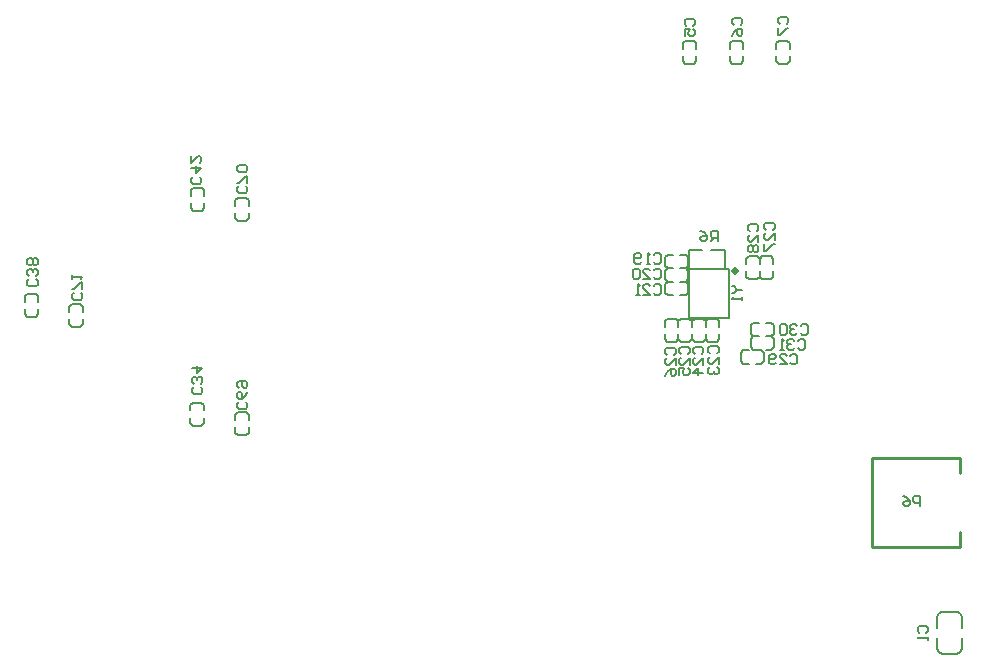
<source format=gbo>
G04*
G04 #@! TF.GenerationSoftware,Altium Limited,Altium Designer,19.0.4 (130)*
G04*
G04 Layer_Color=32896*
%FSLAX25Y25*%
%MOIN*%
G70*
G01*
G75*
%ADD10C,0.00787*%
%ADD12C,0.01000*%
%ADD14C,0.00600*%
%ADD103C,0.01181*%
%ADD104C,0.00800*%
D10*
X-301464Y-113446D02*
X-300598Y-114312D01*
X-297802D02*
X-296936Y-113446D01*
X-300598Y-106635D02*
X-301464Y-107501D01*
X-296936D02*
X-297802Y-106635D01*
X-241632Y-72101D02*
X-242498Y-71235D01*
X-245294D02*
X-246160Y-72101D01*
X-242498Y-78912D02*
X-241632Y-78046D01*
X-246160D02*
X-245294Y-78912D01*
X-241636Y-143654D02*
X-242502Y-142788D01*
X-245298D02*
X-246164Y-143654D01*
X-242502Y-150465D02*
X-241636Y-149599D01*
X-246164D02*
X-245298Y-150465D01*
X-99340Y-119203D02*
X-98474Y-118337D01*
X-98474Y-112392D02*
X-99340Y-111526D01*
X-103001Y-118337D02*
X-102135Y-119203D01*
X-102135Y-111526D02*
X-103001Y-112392D01*
X-94813Y-119203D02*
X-93946Y-118337D01*
X-93946Y-112392D02*
X-94813Y-111526D01*
X-98474Y-118337D02*
X-97608Y-119203D01*
X-97608Y-111526D02*
X-98474Y-112392D01*
X-90261Y-119203D02*
X-89395Y-118337D01*
X-89395Y-112392D02*
X-90261Y-111526D01*
X-93923Y-118337D02*
X-93057Y-119203D01*
X-93057Y-111526D02*
X-93923Y-112392D01*
X-85740Y-119203D02*
X-84874Y-118337D01*
X-84874Y-112392D02*
X-85740Y-111526D01*
X-89402Y-118337D02*
X-88535Y-119203D01*
X-88535Y-111526D02*
X-89402Y-112392D01*
X-95199Y-100109D02*
X-96065Y-99243D01*
X-102010Y-99243D02*
X-102876Y-100109D01*
X-96065Y-103770D02*
X-95199Y-102904D01*
X-102876Y-102904D02*
X-102010Y-103770D01*
X-95172Y-95609D02*
X-96039Y-94743D01*
X-101983Y-94743D02*
X-102850Y-95609D01*
X-96039Y-99270D02*
X-95172Y-98404D01*
X-102850Y-98404D02*
X-101983Y-99270D01*
X-95199Y-91109D02*
X-96065Y-90242D01*
X-102010Y-90243D02*
X-102876Y-91109D01*
X-96065Y-94770D02*
X-95199Y-93904D01*
X-102876Y-93904D02*
X-102010Y-94770D01*
X-70846Y-126564D02*
X-69980Y-125698D01*
Y-122902D02*
X-70846Y-122036D01*
X-77657Y-125698D02*
X-76790Y-126564D01*
Y-122036D02*
X-77657Y-122902D01*
X-66706Y-118302D02*
X-67572Y-117436D01*
X-73517Y-117436D02*
X-74383Y-118302D01*
X-67572Y-121964D02*
X-66706Y-121098D01*
X-74383Y-121098D02*
X-73517Y-121964D01*
X-66706Y-113775D02*
X-67572Y-112909D01*
X-73517Y-112909D02*
X-74383Y-113775D01*
X-67572Y-117436D02*
X-66706Y-116570D01*
X-74383Y-116570D02*
X-73517Y-117436D01*
X-72190Y-98445D02*
X-71324Y-97579D01*
X-71324Y-91634D02*
X-72190Y-90768D01*
X-75851Y-97579D02*
X-74985Y-98445D01*
X-74985Y-90768D02*
X-75851Y-91634D01*
X-67640Y-98445D02*
X-66774Y-97579D01*
X-66774Y-91634D02*
X-67640Y-90768D01*
X-71302Y-97579D02*
X-70435Y-98445D01*
X-70435Y-90768D02*
X-71302Y-91634D01*
X-4025Y-210906D02*
X-4486Y-209793D01*
X-5600Y-209331D01*
X-10600Y-209331D02*
X-11714Y-209793D01*
X-12175Y-210906D01*
X-12175Y-221694D02*
X-11714Y-222807D01*
X-10600Y-223269D01*
X-5600Y-223269D02*
X-4486Y-222807D01*
X-4025Y-221694D01*
X-65780Y-25673D02*
X-64914Y-26539D01*
X-62119D02*
X-61252Y-25673D01*
X-64914Y-18862D02*
X-65780Y-19728D01*
X-61252D02*
X-62119Y-18862D01*
X-81380Y-25673D02*
X-80514Y-26539D01*
X-77719D02*
X-76853Y-25673D01*
X-80514Y-18862D02*
X-81380Y-19728D01*
X-76853D02*
X-77719Y-18862D01*
X-96964Y-25673D02*
X-96097Y-26539D01*
X-93302D02*
X-92436Y-25673D01*
X-96097Y-18862D02*
X-96964Y-19728D01*
X-92436D02*
X-93302Y-18862D01*
X-260964Y-74718D02*
X-260098Y-75584D01*
X-257302D02*
X-256436Y-74718D01*
X-260098Y-67907D02*
X-260964Y-68773D01*
X-256436D02*
X-257302Y-67907D01*
X-261160Y-146304D02*
X-260294Y-147170D01*
X-257498D02*
X-256632Y-146304D01*
X-260294Y-139493D02*
X-261160Y-140359D01*
X-256632D02*
X-257498Y-139493D01*
X-316364Y-109999D02*
X-315498Y-110865D01*
X-312702D02*
X-311836Y-109999D01*
X-315498Y-103188D02*
X-316364Y-104054D01*
X-311836D02*
X-312702Y-103188D01*
X-300598Y-114312D02*
X-297802D01*
X-301464Y-113426D02*
Y-111654D01*
X-296936Y-113426D02*
Y-111654D01*
X-301464Y-109292D02*
Y-107520D01*
X-296936Y-109292D02*
Y-107520D01*
X-300598Y-106635D02*
X-297802D01*
X-245294Y-71235D02*
X-242498D01*
X-241632Y-73892D02*
Y-72120D01*
X-246160Y-73892D02*
X-246160Y-72120D01*
X-241632Y-78026D02*
Y-76254D01*
X-246160Y-78026D02*
Y-76254D01*
X-245294Y-78912D02*
X-242498Y-78912D01*
X-245298Y-142788D02*
X-242502Y-142788D01*
X-241636Y-145446D02*
Y-143674D01*
X-246164Y-145446D02*
X-246164Y-143674D01*
X-241636Y-147808D02*
X-241636Y-149580D01*
X-246164D02*
Y-147808D01*
X-245298Y-150465D02*
X-242502Y-150465D01*
X-98474Y-118317D02*
Y-116546D01*
X-102135Y-119203D02*
X-99340D01*
X-98474Y-114183D02*
Y-112412D01*
X-102135Y-111526D02*
X-99340D01*
X-103001Y-118317D02*
Y-116546D01*
X-103001Y-114183D02*
Y-112412D01*
X-93946Y-118317D02*
Y-116546D01*
X-97608Y-119203D02*
X-94813D01*
X-93946Y-114183D02*
Y-112412D01*
X-97608Y-111526D02*
X-94813D01*
X-98474Y-118317D02*
Y-116546D01*
X-98474Y-114183D02*
Y-112412D01*
X-89395Y-118317D02*
Y-116546D01*
X-93057Y-119203D02*
X-90261D01*
X-89395Y-114183D02*
Y-112412D01*
X-93057Y-111526D02*
X-90261D01*
X-93923Y-118317D02*
Y-116546D01*
X-93923Y-114183D02*
Y-112412D01*
X-84874Y-118317D02*
Y-116546D01*
X-88535Y-119203D02*
X-85740D01*
X-84874Y-114183D02*
Y-112412D01*
X-88535Y-111526D02*
X-85740D01*
X-89402Y-118317D02*
Y-116546D01*
X-89402Y-114183D02*
Y-112412D01*
X-97857Y-99243D02*
X-96085Y-99243D01*
X-95199Y-100109D02*
X-95199Y-102904D01*
X-101990Y-99243D02*
X-100219D01*
X-102876Y-102904D02*
X-102876Y-100109D01*
X-97857Y-103770D02*
X-96085D01*
X-101990Y-103770D02*
X-100219Y-103770D01*
X-97830Y-94743D02*
X-96058Y-94743D01*
X-95173Y-98404D02*
Y-95609D01*
X-101964Y-94743D02*
X-100192D01*
X-102850Y-95609D02*
X-102850Y-98404D01*
X-97830Y-99270D02*
X-96058Y-99270D01*
X-101964Y-99270D02*
X-100192D01*
X-97857Y-90243D02*
X-96085Y-90242D01*
X-95199Y-93904D02*
Y-91109D01*
X-101990Y-90243D02*
X-100219D01*
X-102876Y-91109D02*
X-102876Y-93904D01*
X-97857Y-94770D02*
X-96085Y-94770D01*
X-101991Y-94770D02*
X-100219D01*
X-95081Y-94916D02*
Y-88696D01*
X-90613D01*
X-95081Y-94916D02*
X-90613D01*
X-82995D02*
X-82995Y-88696D01*
X-87463D02*
X-82995D01*
X-87463Y-94916D02*
X-82995D01*
X-69980Y-125698D02*
Y-122902D01*
X-72637Y-126564D02*
X-70865D01*
X-72637Y-122036D02*
X-70865Y-122036D01*
X-76771Y-126564D02*
X-74999D01*
X-76771Y-122036D02*
X-74999D01*
X-77657Y-125698D02*
X-77657Y-122902D01*
X-69364Y-117436D02*
X-67592Y-117436D01*
X-66706Y-121098D02*
Y-118302D01*
X-73498Y-117436D02*
X-71726D01*
X-74383Y-121098D02*
X-74383Y-118302D01*
X-69364Y-121964D02*
X-67592D01*
X-73498Y-121964D02*
X-71726D01*
X-69364Y-112909D02*
X-67592Y-112909D01*
X-66706Y-116570D02*
Y-113775D01*
X-73498Y-112909D02*
X-71726D01*
X-74383Y-116570D02*
X-74383Y-113775D01*
X-69364Y-117436D02*
X-67592D01*
X-73498Y-117436D02*
X-71726D01*
X-71324Y-97559D02*
Y-95787D01*
X-74985Y-98445D02*
X-72190D01*
X-71324Y-93425D02*
Y-91654D01*
X-74985Y-90768D02*
X-72190D01*
X-75851Y-97559D02*
Y-95787D01*
X-75851Y-93425D02*
Y-91654D01*
X-66774Y-97559D02*
Y-95787D01*
X-70435Y-98445D02*
X-67640D01*
X-66774Y-93425D02*
Y-91654D01*
X-70435Y-90768D02*
X-67640D01*
X-71302Y-97559D02*
Y-95787D01*
X-71302Y-93425D02*
Y-91654D01*
X-4025Y-221694D02*
Y-218072D01*
Y-214528D02*
Y-210906D01*
X-12175Y-210906D02*
X-12175Y-214528D01*
X-10600Y-209331D02*
X-5600D01*
X-12175Y-221694D02*
X-12175Y-218072D01*
X-10600Y-223269D02*
X-5600D01*
X-64914Y-26539D02*
X-62119Y-26539D01*
X-65780Y-23882D02*
X-65780Y-25653D01*
X-61252Y-25653D02*
X-61252Y-23882D01*
X-65780Y-21519D02*
Y-19748D01*
X-61252Y-21519D02*
Y-19748D01*
X-64914Y-18862D02*
X-62119D01*
X-80514Y-26539D02*
X-77719Y-26539D01*
X-81380Y-25653D02*
Y-23881D01*
X-76853Y-25653D02*
X-76853Y-23882D01*
X-81380Y-19748D02*
X-81380Y-21519D01*
X-76853Y-21519D02*
Y-19748D01*
X-80514Y-18862D02*
X-77719Y-18862D01*
X-96097Y-26539D02*
X-93302D01*
X-96964Y-23882D02*
X-96964Y-25653D01*
X-92436Y-25653D02*
X-92436Y-23882D01*
X-96964Y-21519D02*
X-96964Y-19748D01*
X-92436Y-21519D02*
Y-19748D01*
X-96097Y-18862D02*
X-93302Y-18862D01*
X-260098Y-75584D02*
X-257302Y-75584D01*
X-260964Y-74698D02*
Y-72926D01*
X-256436Y-74698D02*
X-256436Y-72926D01*
X-260964Y-68792D02*
X-260964Y-70564D01*
X-256436Y-70564D02*
Y-68792D01*
X-260098Y-67907D02*
X-257302Y-67907D01*
X-260294Y-147170D02*
X-257498D01*
X-261160Y-146285D02*
Y-144513D01*
X-256632Y-146285D02*
X-256632Y-144513D01*
X-261160Y-142151D02*
Y-140379D01*
X-256632Y-142151D02*
Y-140379D01*
X-260294Y-139493D02*
X-257498Y-139493D01*
X-315498Y-110865D02*
X-312702D01*
X-316364Y-109979D02*
Y-108208D01*
X-311836Y-109979D02*
X-311836Y-108208D01*
X-316364Y-105846D02*
Y-104074D01*
X-311836Y-105846D02*
Y-104074D01*
X-315498Y-103188D02*
X-312702Y-103188D01*
D12*
X-33834Y-158079D02*
X-4736D01*
X-33834Y-187679D02*
Y-158179D01*
X-4700Y-187643D02*
Y-182721D01*
X-33834Y-187679D02*
X-4736D01*
X-4700Y-187643D01*
Y-163036D02*
Y-158115D01*
D14*
X-297698Y-102867D02*
X-297114Y-103451D01*
Y-104617D01*
X-297698Y-105200D01*
X-300030D01*
X-300613Y-104617D01*
Y-103451D01*
X-300030Y-102867D01*
X-297114Y-101701D02*
Y-99369D01*
X-297698D01*
X-300030Y-101701D01*
X-300613D01*
Y-98202D02*
Y-97036D01*
Y-97619D01*
X-297114D01*
X-297698Y-98202D01*
X-242684Y-67367D02*
X-242101Y-67951D01*
Y-69117D01*
X-242684Y-69700D01*
X-245017D01*
X-245600Y-69117D01*
Y-67951D01*
X-245017Y-67367D01*
X-242101Y-66201D02*
Y-63869D01*
X-242684D01*
X-245017Y-66201D01*
X-245600D01*
X-242684Y-62702D02*
X-242101Y-62119D01*
Y-60953D01*
X-242684Y-60370D01*
X-245017D01*
X-245600Y-60953D01*
Y-62119D01*
X-245017Y-62702D01*
X-242684D01*
Y-139367D02*
X-242101Y-139951D01*
Y-141117D01*
X-242684Y-141700D01*
X-245017D01*
X-245600Y-141117D01*
Y-139951D01*
X-245017Y-139367D01*
X-242101Y-135869D02*
X-242684Y-137035D01*
X-243851Y-138201D01*
X-245017D01*
X-245600Y-137618D01*
Y-136452D01*
X-245017Y-135869D01*
X-244434D01*
X-243851Y-136452D01*
Y-138201D01*
X-245017Y-134702D02*
X-245600Y-134119D01*
Y-132953D01*
X-245017Y-132370D01*
X-242684D01*
X-242101Y-132953D01*
Y-134119D01*
X-242684Y-134702D01*
X-243267D01*
X-243851Y-134119D01*
Y-132370D01*
X-80599Y-100800D02*
X-80016D01*
X-78849Y-101966D01*
X-80016Y-103133D01*
X-80599D01*
X-78849Y-101966D02*
X-77100D01*
Y-104299D02*
Y-105465D01*
Y-104882D01*
X-80599D01*
X-80016Y-104299D01*
X-85400Y-85700D02*
Y-82201D01*
X-87149D01*
X-87733Y-82784D01*
Y-83951D01*
X-87149Y-84534D01*
X-85400D01*
X-86566D02*
X-87733Y-85700D01*
X-91231Y-82201D02*
X-90065Y-82784D01*
X-88899Y-83951D01*
Y-85117D01*
X-89482Y-85700D01*
X-90648D01*
X-91231Y-85117D01*
Y-84534D01*
X-90648Y-83951D01*
X-88899D01*
X-17780Y-174008D02*
Y-170509D01*
X-19530D01*
X-20113Y-171092D01*
Y-172258D01*
X-19530Y-172842D01*
X-17780D01*
X-23612Y-170509D02*
X-22445Y-171092D01*
X-21279Y-172258D01*
Y-173425D01*
X-21862Y-174008D01*
X-23029D01*
X-23612Y-173425D01*
Y-172842D01*
X-23029Y-172258D01*
X-21279D01*
X-258084Y-64240D02*
X-257501Y-64823D01*
Y-65989D01*
X-258084Y-66572D01*
X-260417D01*
X-261000Y-65989D01*
Y-64823D01*
X-260417Y-64240D01*
X-261000Y-61324D02*
X-257501D01*
X-259251Y-63073D01*
Y-60741D01*
X-261000Y-57242D02*
Y-59574D01*
X-258667Y-57242D01*
X-258084D01*
X-257501Y-57825D01*
Y-58991D01*
X-258084Y-59574D01*
X-312584Y-98467D02*
X-312001Y-99051D01*
Y-100217D01*
X-312584Y-100800D01*
X-314917D01*
X-315500Y-100217D01*
Y-99051D01*
X-314917Y-98467D01*
X-312584Y-97301D02*
X-312001Y-96718D01*
Y-95552D01*
X-312584Y-94969D01*
X-313167D01*
X-313751Y-95552D01*
Y-96135D01*
Y-95552D01*
X-314334Y-94969D01*
X-314917D01*
X-315500Y-95552D01*
Y-96718D01*
X-314917Y-97301D01*
X-312584Y-93802D02*
X-312001Y-93219D01*
Y-92053D01*
X-312584Y-91470D01*
X-313167D01*
X-313751Y-92053D01*
X-314334Y-91470D01*
X-314917D01*
X-315500Y-92053D01*
Y-93219D01*
X-314917Y-93802D01*
X-314334D01*
X-313751Y-93219D01*
X-313167Y-93802D01*
X-312584D01*
X-313751Y-93219D02*
Y-92053D01*
X-257694Y-134379D02*
X-257111Y-134962D01*
Y-136129D01*
X-257694Y-136712D01*
X-260027D01*
X-260610Y-136129D01*
Y-134962D01*
X-260027Y-134379D01*
X-257694Y-133213D02*
X-257111Y-132630D01*
Y-131464D01*
X-257694Y-130880D01*
X-258278D01*
X-258861Y-131464D01*
Y-132047D01*
Y-131464D01*
X-259444Y-130880D01*
X-260027D01*
X-260610Y-131464D01*
Y-132630D01*
X-260027Y-133213D01*
X-260610Y-127965D02*
X-257111D01*
X-258861Y-129714D01*
Y-127382D01*
X-58633Y-118984D02*
X-58049Y-118401D01*
X-56883D01*
X-56300Y-118984D01*
Y-121317D01*
X-56883Y-121900D01*
X-58049D01*
X-58633Y-121317D01*
X-59799Y-118984D02*
X-60382Y-118401D01*
X-61548D01*
X-62131Y-118984D01*
Y-119567D01*
X-61548Y-120151D01*
X-60965D01*
X-61548D01*
X-62131Y-120734D01*
Y-121317D01*
X-61548Y-121900D01*
X-60382D01*
X-59799Y-121317D01*
X-63298Y-121900D02*
X-64464D01*
X-63881D01*
Y-118401D01*
X-63298Y-118984D01*
X-57733Y-113984D02*
X-57149Y-113401D01*
X-55983D01*
X-55400Y-113984D01*
Y-116317D01*
X-55983Y-116900D01*
X-57149D01*
X-57733Y-116317D01*
X-58899Y-113984D02*
X-59482Y-113401D01*
X-60648D01*
X-61231Y-113984D01*
Y-114567D01*
X-60648Y-115151D01*
X-60065D01*
X-60648D01*
X-61231Y-115734D01*
Y-116317D01*
X-60648Y-116900D01*
X-59482D01*
X-58899Y-116317D01*
X-62398Y-113984D02*
X-62981Y-113401D01*
X-64147D01*
X-64730Y-113984D01*
Y-116317D01*
X-64147Y-116900D01*
X-62981D01*
X-62398Y-116317D01*
Y-113984D01*
X-61233Y-123884D02*
X-60649Y-123301D01*
X-59483D01*
X-58900Y-123884D01*
Y-126217D01*
X-59483Y-126800D01*
X-60649D01*
X-61233Y-126217D01*
X-64731Y-126800D02*
X-62399D01*
X-64731Y-124467D01*
Y-123884D01*
X-64148Y-123301D01*
X-62982D01*
X-62399Y-123884D01*
X-65898Y-126217D02*
X-66481Y-126800D01*
X-67647D01*
X-68230Y-126217D01*
Y-123884D01*
X-67647Y-123301D01*
X-66481D01*
X-65898Y-123884D01*
Y-124467D01*
X-66481Y-125051D01*
X-68230D01*
X-74716Y-82433D02*
X-75299Y-81849D01*
Y-80683D01*
X-74716Y-80100D01*
X-72383D01*
X-71800Y-80683D01*
Y-81849D01*
X-72383Y-82433D01*
X-71800Y-85931D02*
Y-83599D01*
X-74133Y-85931D01*
X-74716D01*
X-75299Y-85348D01*
Y-84182D01*
X-74716Y-83599D01*
Y-87098D02*
X-75299Y-87681D01*
Y-88847D01*
X-74716Y-89430D01*
X-74133D01*
X-73549Y-88847D01*
X-72966Y-89430D01*
X-72383D01*
X-71800Y-88847D01*
Y-87681D01*
X-72383Y-87098D01*
X-72966D01*
X-73549Y-87681D01*
X-74133Y-87098D01*
X-74716D01*
X-73549Y-87681D02*
Y-88847D01*
X-69316Y-81833D02*
X-69899Y-81249D01*
Y-80083D01*
X-69316Y-79500D01*
X-66983D01*
X-66400Y-80083D01*
Y-81249D01*
X-66983Y-81833D01*
X-66400Y-85331D02*
Y-82999D01*
X-68733Y-85331D01*
X-69316D01*
X-69899Y-84748D01*
Y-83582D01*
X-69316Y-82999D01*
X-69899Y-86498D02*
Y-88830D01*
X-69316D01*
X-66983Y-86498D01*
X-66400D01*
X-102216Y-123533D02*
X-102799Y-122949D01*
Y-121783D01*
X-102216Y-121200D01*
X-99883D01*
X-99300Y-121783D01*
Y-122949D01*
X-99883Y-123533D01*
X-99300Y-127031D02*
Y-124699D01*
X-101633Y-127031D01*
X-102216D01*
X-102799Y-126448D01*
Y-125282D01*
X-102216Y-124699D01*
X-102799Y-130530D02*
X-102216Y-129364D01*
X-101049Y-128198D01*
X-99883D01*
X-99300Y-128781D01*
Y-129947D01*
X-99883Y-130530D01*
X-100466D01*
X-101049Y-129947D01*
Y-128198D01*
X-97616Y-123333D02*
X-98199Y-122749D01*
Y-121583D01*
X-97616Y-121000D01*
X-95283D01*
X-94700Y-121583D01*
Y-122749D01*
X-95283Y-123333D01*
X-94700Y-126831D02*
Y-124499D01*
X-97033Y-126831D01*
X-97616D01*
X-98199Y-126248D01*
Y-125082D01*
X-97616Y-124499D01*
X-98199Y-130330D02*
Y-127998D01*
X-96449D01*
X-97033Y-129164D01*
Y-129747D01*
X-96449Y-130330D01*
X-95283D01*
X-94700Y-129747D01*
Y-128581D01*
X-95283Y-127998D01*
X-93016Y-123333D02*
X-93599Y-122749D01*
Y-121583D01*
X-93016Y-121000D01*
X-90683D01*
X-90100Y-121583D01*
Y-122749D01*
X-90683Y-123333D01*
X-90100Y-126831D02*
Y-124499D01*
X-92433Y-126831D01*
X-93016D01*
X-93599Y-126248D01*
Y-125082D01*
X-93016Y-124499D01*
X-90100Y-129747D02*
X-93599D01*
X-91849Y-127998D01*
Y-130330D01*
X-87916Y-123133D02*
X-88499Y-122549D01*
Y-121383D01*
X-87916Y-120800D01*
X-85583D01*
X-85000Y-121383D01*
Y-122549D01*
X-85583Y-123133D01*
X-85000Y-126631D02*
Y-124299D01*
X-87333Y-126631D01*
X-87916D01*
X-88499Y-126048D01*
Y-124882D01*
X-87916Y-124299D01*
Y-127798D02*
X-88499Y-128381D01*
Y-129547D01*
X-87916Y-130130D01*
X-87333D01*
X-86749Y-129547D01*
Y-128964D01*
Y-129547D01*
X-86166Y-130130D01*
X-85583D01*
X-85000Y-129547D01*
Y-128381D01*
X-85583Y-127798D01*
X-106733Y-100684D02*
X-106149Y-100101D01*
X-104983D01*
X-104400Y-100684D01*
Y-103017D01*
X-104983Y-103600D01*
X-106149D01*
X-106733Y-103017D01*
X-110231Y-103600D02*
X-107899D01*
X-110231Y-101267D01*
Y-100684D01*
X-109648Y-100101D01*
X-108482D01*
X-107899Y-100684D01*
X-111398Y-103600D02*
X-112564D01*
X-111981D01*
Y-100101D01*
X-111398Y-100684D01*
X-106733Y-95484D02*
X-106149Y-94901D01*
X-104983D01*
X-104400Y-95484D01*
Y-97817D01*
X-104983Y-98400D01*
X-106149D01*
X-106733Y-97817D01*
X-110231Y-98400D02*
X-107899D01*
X-110231Y-96067D01*
Y-95484D01*
X-109648Y-94901D01*
X-108482D01*
X-107899Y-95484D01*
X-111398D02*
X-111981Y-94901D01*
X-113147D01*
X-113730Y-95484D01*
Y-97817D01*
X-113147Y-98400D01*
X-111981D01*
X-111398Y-97817D01*
Y-95484D01*
X-106733Y-90284D02*
X-106149Y-89701D01*
X-104983D01*
X-104400Y-90284D01*
Y-92617D01*
X-104983Y-93200D01*
X-106149D01*
X-106733Y-92617D01*
X-107899Y-93200D02*
X-109065D01*
X-108482D01*
Y-89701D01*
X-107899Y-90284D01*
X-110815Y-92617D02*
X-111398Y-93200D01*
X-112564D01*
X-113147Y-92617D01*
Y-90284D01*
X-112564Y-89701D01*
X-111398D01*
X-110815Y-90284D01*
Y-90867D01*
X-111398Y-91451D01*
X-113147D01*
X-64716Y-13333D02*
X-65299Y-12749D01*
Y-11583D01*
X-64716Y-11000D01*
X-62383D01*
X-61800Y-11583D01*
Y-12749D01*
X-62383Y-13333D01*
X-65299Y-14499D02*
Y-16831D01*
X-64716D01*
X-62383Y-14499D01*
X-61800D01*
X-80016Y-13733D02*
X-80599Y-13149D01*
Y-11983D01*
X-80016Y-11400D01*
X-77683D01*
X-77100Y-11983D01*
Y-13149D01*
X-77683Y-13733D01*
X-80599Y-17232D02*
X-80016Y-16065D01*
X-78849Y-14899D01*
X-77683D01*
X-77100Y-15482D01*
Y-16648D01*
X-77683Y-17232D01*
X-78266D01*
X-78849Y-16648D01*
Y-14899D01*
X-95816Y-13833D02*
X-96399Y-13249D01*
Y-12083D01*
X-95816Y-11500D01*
X-93483D01*
X-92900Y-12083D01*
Y-13249D01*
X-93483Y-13833D01*
X-96399Y-17332D02*
Y-14999D01*
X-94649D01*
X-95233Y-16165D01*
Y-16748D01*
X-94649Y-17332D01*
X-93483D01*
X-92900Y-16748D01*
Y-15582D01*
X-93483Y-14999D01*
X-18116Y-216333D02*
X-18699Y-215749D01*
Y-214583D01*
X-18116Y-214000D01*
X-15783D01*
X-15200Y-214583D01*
Y-215749D01*
X-15783Y-216333D01*
X-15200Y-217499D02*
Y-218665D01*
Y-218082D01*
X-18699D01*
X-18116Y-217499D01*
D103*
X-79080Y-95726D02*
X-79670Y-95135D01*
X-80261Y-95726D01*
X-79670Y-96316D01*
X-79080Y-95726D01*
D104*
X-81639Y-111474D02*
Y-94939D01*
X-95024Y-94939D02*
X-81639Y-94939D01*
X-95024Y-111474D02*
Y-94939D01*
Y-111474D02*
X-81639D01*
M02*

</source>
